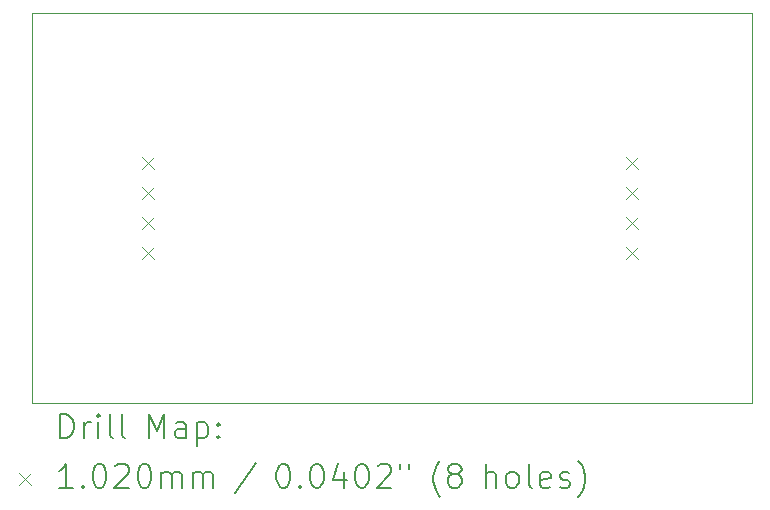
<source format=gbr>
%TF.GenerationSoftware,KiCad,Pcbnew,(7.0.0)*%
%TF.CreationDate,2024-01-25T20:54:46-05:00*%
%TF.ProjectId,BPF-Eval-Board,4250462d-4576-4616-9c2d-426f6172642e,rev?*%
%TF.SameCoordinates,Original*%
%TF.FileFunction,Drillmap*%
%TF.FilePolarity,Positive*%
%FSLAX45Y45*%
G04 Gerber Fmt 4.5, Leading zero omitted, Abs format (unit mm)*
G04 Created by KiCad (PCBNEW (7.0.0)) date 2024-01-25 20:54:46*
%MOMM*%
%LPD*%
G01*
G04 APERTURE LIST*
%ADD10C,0.100000*%
%ADD11C,0.200000*%
%ADD12C,0.102000*%
G04 APERTURE END LIST*
D10*
X11938000Y-7620000D02*
X18034000Y-7620000D01*
X18034000Y-7620000D02*
X18034000Y-10922000D01*
X18034000Y-10922000D02*
X11938000Y-10922000D01*
X11938000Y-10922000D02*
X11938000Y-7620000D01*
D11*
D12*
X12873000Y-8839000D02*
X12975000Y-8941000D01*
X12975000Y-8839000D02*
X12873000Y-8941000D01*
X12873000Y-9093000D02*
X12975000Y-9195000D01*
X12975000Y-9093000D02*
X12873000Y-9195000D01*
X12873000Y-9347000D02*
X12975000Y-9449000D01*
X12975000Y-9347000D02*
X12873000Y-9449000D01*
X12873000Y-9601000D02*
X12975000Y-9703000D01*
X12975000Y-9601000D02*
X12873000Y-9703000D01*
X16967000Y-8839000D02*
X17069000Y-8941000D01*
X17069000Y-8839000D02*
X16967000Y-8941000D01*
X16967000Y-9093000D02*
X17069000Y-9195000D01*
X17069000Y-9093000D02*
X16967000Y-9195000D01*
X16967000Y-9347000D02*
X17069000Y-9449000D01*
X17069000Y-9347000D02*
X16967000Y-9449000D01*
X16967000Y-9601000D02*
X17069000Y-9703000D01*
X17069000Y-9601000D02*
X16967000Y-9703000D01*
D11*
X12180619Y-11220476D02*
X12180619Y-11020476D01*
X12180619Y-11020476D02*
X12228238Y-11020476D01*
X12228238Y-11020476D02*
X12256809Y-11030000D01*
X12256809Y-11030000D02*
X12275857Y-11049048D01*
X12275857Y-11049048D02*
X12285381Y-11068095D01*
X12285381Y-11068095D02*
X12294905Y-11106190D01*
X12294905Y-11106190D02*
X12294905Y-11134762D01*
X12294905Y-11134762D02*
X12285381Y-11172857D01*
X12285381Y-11172857D02*
X12275857Y-11191905D01*
X12275857Y-11191905D02*
X12256809Y-11210952D01*
X12256809Y-11210952D02*
X12228238Y-11220476D01*
X12228238Y-11220476D02*
X12180619Y-11220476D01*
X12380619Y-11220476D02*
X12380619Y-11087143D01*
X12380619Y-11125238D02*
X12390143Y-11106190D01*
X12390143Y-11106190D02*
X12399667Y-11096667D01*
X12399667Y-11096667D02*
X12418714Y-11087143D01*
X12418714Y-11087143D02*
X12437762Y-11087143D01*
X12504428Y-11220476D02*
X12504428Y-11087143D01*
X12504428Y-11020476D02*
X12494905Y-11030000D01*
X12494905Y-11030000D02*
X12504428Y-11039524D01*
X12504428Y-11039524D02*
X12513952Y-11030000D01*
X12513952Y-11030000D02*
X12504428Y-11020476D01*
X12504428Y-11020476D02*
X12504428Y-11039524D01*
X12628238Y-11220476D02*
X12609190Y-11210952D01*
X12609190Y-11210952D02*
X12599667Y-11191905D01*
X12599667Y-11191905D02*
X12599667Y-11020476D01*
X12733000Y-11220476D02*
X12713952Y-11210952D01*
X12713952Y-11210952D02*
X12704428Y-11191905D01*
X12704428Y-11191905D02*
X12704428Y-11020476D01*
X12929190Y-11220476D02*
X12929190Y-11020476D01*
X12929190Y-11020476D02*
X12995857Y-11163333D01*
X12995857Y-11163333D02*
X13062524Y-11020476D01*
X13062524Y-11020476D02*
X13062524Y-11220476D01*
X13243476Y-11220476D02*
X13243476Y-11115714D01*
X13243476Y-11115714D02*
X13233952Y-11096667D01*
X13233952Y-11096667D02*
X13214905Y-11087143D01*
X13214905Y-11087143D02*
X13176809Y-11087143D01*
X13176809Y-11087143D02*
X13157762Y-11096667D01*
X13243476Y-11210952D02*
X13224428Y-11220476D01*
X13224428Y-11220476D02*
X13176809Y-11220476D01*
X13176809Y-11220476D02*
X13157762Y-11210952D01*
X13157762Y-11210952D02*
X13148238Y-11191905D01*
X13148238Y-11191905D02*
X13148238Y-11172857D01*
X13148238Y-11172857D02*
X13157762Y-11153810D01*
X13157762Y-11153810D02*
X13176809Y-11144286D01*
X13176809Y-11144286D02*
X13224428Y-11144286D01*
X13224428Y-11144286D02*
X13243476Y-11134762D01*
X13338714Y-11087143D02*
X13338714Y-11287143D01*
X13338714Y-11096667D02*
X13357762Y-11087143D01*
X13357762Y-11087143D02*
X13395857Y-11087143D01*
X13395857Y-11087143D02*
X13414905Y-11096667D01*
X13414905Y-11096667D02*
X13424428Y-11106190D01*
X13424428Y-11106190D02*
X13433952Y-11125238D01*
X13433952Y-11125238D02*
X13433952Y-11182381D01*
X13433952Y-11182381D02*
X13424428Y-11201428D01*
X13424428Y-11201428D02*
X13414905Y-11210952D01*
X13414905Y-11210952D02*
X13395857Y-11220476D01*
X13395857Y-11220476D02*
X13357762Y-11220476D01*
X13357762Y-11220476D02*
X13338714Y-11210952D01*
X13519667Y-11201428D02*
X13529190Y-11210952D01*
X13529190Y-11210952D02*
X13519667Y-11220476D01*
X13519667Y-11220476D02*
X13510143Y-11210952D01*
X13510143Y-11210952D02*
X13519667Y-11201428D01*
X13519667Y-11201428D02*
X13519667Y-11220476D01*
X13519667Y-11096667D02*
X13529190Y-11106190D01*
X13529190Y-11106190D02*
X13519667Y-11115714D01*
X13519667Y-11115714D02*
X13510143Y-11106190D01*
X13510143Y-11106190D02*
X13519667Y-11096667D01*
X13519667Y-11096667D02*
X13519667Y-11115714D01*
D12*
X11831000Y-11516000D02*
X11933000Y-11618000D01*
X11933000Y-11516000D02*
X11831000Y-11618000D01*
D11*
X12285381Y-11640476D02*
X12171095Y-11640476D01*
X12228238Y-11640476D02*
X12228238Y-11440476D01*
X12228238Y-11440476D02*
X12209190Y-11469048D01*
X12209190Y-11469048D02*
X12190143Y-11488095D01*
X12190143Y-11488095D02*
X12171095Y-11497619D01*
X12371095Y-11621428D02*
X12380619Y-11630952D01*
X12380619Y-11630952D02*
X12371095Y-11640476D01*
X12371095Y-11640476D02*
X12361571Y-11630952D01*
X12361571Y-11630952D02*
X12371095Y-11621428D01*
X12371095Y-11621428D02*
X12371095Y-11640476D01*
X12504428Y-11440476D02*
X12523476Y-11440476D01*
X12523476Y-11440476D02*
X12542524Y-11450000D01*
X12542524Y-11450000D02*
X12552048Y-11459524D01*
X12552048Y-11459524D02*
X12561571Y-11478571D01*
X12561571Y-11478571D02*
X12571095Y-11516667D01*
X12571095Y-11516667D02*
X12571095Y-11564286D01*
X12571095Y-11564286D02*
X12561571Y-11602381D01*
X12561571Y-11602381D02*
X12552048Y-11621428D01*
X12552048Y-11621428D02*
X12542524Y-11630952D01*
X12542524Y-11630952D02*
X12523476Y-11640476D01*
X12523476Y-11640476D02*
X12504428Y-11640476D01*
X12504428Y-11640476D02*
X12485381Y-11630952D01*
X12485381Y-11630952D02*
X12475857Y-11621428D01*
X12475857Y-11621428D02*
X12466333Y-11602381D01*
X12466333Y-11602381D02*
X12456809Y-11564286D01*
X12456809Y-11564286D02*
X12456809Y-11516667D01*
X12456809Y-11516667D02*
X12466333Y-11478571D01*
X12466333Y-11478571D02*
X12475857Y-11459524D01*
X12475857Y-11459524D02*
X12485381Y-11450000D01*
X12485381Y-11450000D02*
X12504428Y-11440476D01*
X12647286Y-11459524D02*
X12656809Y-11450000D01*
X12656809Y-11450000D02*
X12675857Y-11440476D01*
X12675857Y-11440476D02*
X12723476Y-11440476D01*
X12723476Y-11440476D02*
X12742524Y-11450000D01*
X12742524Y-11450000D02*
X12752048Y-11459524D01*
X12752048Y-11459524D02*
X12761571Y-11478571D01*
X12761571Y-11478571D02*
X12761571Y-11497619D01*
X12761571Y-11497619D02*
X12752048Y-11526190D01*
X12752048Y-11526190D02*
X12637762Y-11640476D01*
X12637762Y-11640476D02*
X12761571Y-11640476D01*
X12885381Y-11440476D02*
X12904429Y-11440476D01*
X12904429Y-11440476D02*
X12923476Y-11450000D01*
X12923476Y-11450000D02*
X12933000Y-11459524D01*
X12933000Y-11459524D02*
X12942524Y-11478571D01*
X12942524Y-11478571D02*
X12952048Y-11516667D01*
X12952048Y-11516667D02*
X12952048Y-11564286D01*
X12952048Y-11564286D02*
X12942524Y-11602381D01*
X12942524Y-11602381D02*
X12933000Y-11621428D01*
X12933000Y-11621428D02*
X12923476Y-11630952D01*
X12923476Y-11630952D02*
X12904429Y-11640476D01*
X12904429Y-11640476D02*
X12885381Y-11640476D01*
X12885381Y-11640476D02*
X12866333Y-11630952D01*
X12866333Y-11630952D02*
X12856809Y-11621428D01*
X12856809Y-11621428D02*
X12847286Y-11602381D01*
X12847286Y-11602381D02*
X12837762Y-11564286D01*
X12837762Y-11564286D02*
X12837762Y-11516667D01*
X12837762Y-11516667D02*
X12847286Y-11478571D01*
X12847286Y-11478571D02*
X12856809Y-11459524D01*
X12856809Y-11459524D02*
X12866333Y-11450000D01*
X12866333Y-11450000D02*
X12885381Y-11440476D01*
X13037762Y-11640476D02*
X13037762Y-11507143D01*
X13037762Y-11526190D02*
X13047286Y-11516667D01*
X13047286Y-11516667D02*
X13066333Y-11507143D01*
X13066333Y-11507143D02*
X13094905Y-11507143D01*
X13094905Y-11507143D02*
X13113952Y-11516667D01*
X13113952Y-11516667D02*
X13123476Y-11535714D01*
X13123476Y-11535714D02*
X13123476Y-11640476D01*
X13123476Y-11535714D02*
X13133000Y-11516667D01*
X13133000Y-11516667D02*
X13152048Y-11507143D01*
X13152048Y-11507143D02*
X13180619Y-11507143D01*
X13180619Y-11507143D02*
X13199667Y-11516667D01*
X13199667Y-11516667D02*
X13209190Y-11535714D01*
X13209190Y-11535714D02*
X13209190Y-11640476D01*
X13304429Y-11640476D02*
X13304429Y-11507143D01*
X13304429Y-11526190D02*
X13313952Y-11516667D01*
X13313952Y-11516667D02*
X13333000Y-11507143D01*
X13333000Y-11507143D02*
X13361571Y-11507143D01*
X13361571Y-11507143D02*
X13380619Y-11516667D01*
X13380619Y-11516667D02*
X13390143Y-11535714D01*
X13390143Y-11535714D02*
X13390143Y-11640476D01*
X13390143Y-11535714D02*
X13399667Y-11516667D01*
X13399667Y-11516667D02*
X13418714Y-11507143D01*
X13418714Y-11507143D02*
X13447286Y-11507143D01*
X13447286Y-11507143D02*
X13466333Y-11516667D01*
X13466333Y-11516667D02*
X13475857Y-11535714D01*
X13475857Y-11535714D02*
X13475857Y-11640476D01*
X13833952Y-11430952D02*
X13662524Y-11688095D01*
X14058714Y-11440476D02*
X14077762Y-11440476D01*
X14077762Y-11440476D02*
X14096810Y-11450000D01*
X14096810Y-11450000D02*
X14106333Y-11459524D01*
X14106333Y-11459524D02*
X14115857Y-11478571D01*
X14115857Y-11478571D02*
X14125381Y-11516667D01*
X14125381Y-11516667D02*
X14125381Y-11564286D01*
X14125381Y-11564286D02*
X14115857Y-11602381D01*
X14115857Y-11602381D02*
X14106333Y-11621428D01*
X14106333Y-11621428D02*
X14096810Y-11630952D01*
X14096810Y-11630952D02*
X14077762Y-11640476D01*
X14077762Y-11640476D02*
X14058714Y-11640476D01*
X14058714Y-11640476D02*
X14039667Y-11630952D01*
X14039667Y-11630952D02*
X14030143Y-11621428D01*
X14030143Y-11621428D02*
X14020619Y-11602381D01*
X14020619Y-11602381D02*
X14011095Y-11564286D01*
X14011095Y-11564286D02*
X14011095Y-11516667D01*
X14011095Y-11516667D02*
X14020619Y-11478571D01*
X14020619Y-11478571D02*
X14030143Y-11459524D01*
X14030143Y-11459524D02*
X14039667Y-11450000D01*
X14039667Y-11450000D02*
X14058714Y-11440476D01*
X14211095Y-11621428D02*
X14220619Y-11630952D01*
X14220619Y-11630952D02*
X14211095Y-11640476D01*
X14211095Y-11640476D02*
X14201571Y-11630952D01*
X14201571Y-11630952D02*
X14211095Y-11621428D01*
X14211095Y-11621428D02*
X14211095Y-11640476D01*
X14344429Y-11440476D02*
X14363476Y-11440476D01*
X14363476Y-11440476D02*
X14382524Y-11450000D01*
X14382524Y-11450000D02*
X14392048Y-11459524D01*
X14392048Y-11459524D02*
X14401571Y-11478571D01*
X14401571Y-11478571D02*
X14411095Y-11516667D01*
X14411095Y-11516667D02*
X14411095Y-11564286D01*
X14411095Y-11564286D02*
X14401571Y-11602381D01*
X14401571Y-11602381D02*
X14392048Y-11621428D01*
X14392048Y-11621428D02*
X14382524Y-11630952D01*
X14382524Y-11630952D02*
X14363476Y-11640476D01*
X14363476Y-11640476D02*
X14344429Y-11640476D01*
X14344429Y-11640476D02*
X14325381Y-11630952D01*
X14325381Y-11630952D02*
X14315857Y-11621428D01*
X14315857Y-11621428D02*
X14306333Y-11602381D01*
X14306333Y-11602381D02*
X14296810Y-11564286D01*
X14296810Y-11564286D02*
X14296810Y-11516667D01*
X14296810Y-11516667D02*
X14306333Y-11478571D01*
X14306333Y-11478571D02*
X14315857Y-11459524D01*
X14315857Y-11459524D02*
X14325381Y-11450000D01*
X14325381Y-11450000D02*
X14344429Y-11440476D01*
X14582524Y-11507143D02*
X14582524Y-11640476D01*
X14534905Y-11430952D02*
X14487286Y-11573809D01*
X14487286Y-11573809D02*
X14611095Y-11573809D01*
X14725381Y-11440476D02*
X14744429Y-11440476D01*
X14744429Y-11440476D02*
X14763476Y-11450000D01*
X14763476Y-11450000D02*
X14773000Y-11459524D01*
X14773000Y-11459524D02*
X14782524Y-11478571D01*
X14782524Y-11478571D02*
X14792048Y-11516667D01*
X14792048Y-11516667D02*
X14792048Y-11564286D01*
X14792048Y-11564286D02*
X14782524Y-11602381D01*
X14782524Y-11602381D02*
X14773000Y-11621428D01*
X14773000Y-11621428D02*
X14763476Y-11630952D01*
X14763476Y-11630952D02*
X14744429Y-11640476D01*
X14744429Y-11640476D02*
X14725381Y-11640476D01*
X14725381Y-11640476D02*
X14706333Y-11630952D01*
X14706333Y-11630952D02*
X14696810Y-11621428D01*
X14696810Y-11621428D02*
X14687286Y-11602381D01*
X14687286Y-11602381D02*
X14677762Y-11564286D01*
X14677762Y-11564286D02*
X14677762Y-11516667D01*
X14677762Y-11516667D02*
X14687286Y-11478571D01*
X14687286Y-11478571D02*
X14696810Y-11459524D01*
X14696810Y-11459524D02*
X14706333Y-11450000D01*
X14706333Y-11450000D02*
X14725381Y-11440476D01*
X14868238Y-11459524D02*
X14877762Y-11450000D01*
X14877762Y-11450000D02*
X14896810Y-11440476D01*
X14896810Y-11440476D02*
X14944429Y-11440476D01*
X14944429Y-11440476D02*
X14963476Y-11450000D01*
X14963476Y-11450000D02*
X14973000Y-11459524D01*
X14973000Y-11459524D02*
X14982524Y-11478571D01*
X14982524Y-11478571D02*
X14982524Y-11497619D01*
X14982524Y-11497619D02*
X14973000Y-11526190D01*
X14973000Y-11526190D02*
X14858714Y-11640476D01*
X14858714Y-11640476D02*
X14982524Y-11640476D01*
X15058714Y-11440476D02*
X15058714Y-11478571D01*
X15134905Y-11440476D02*
X15134905Y-11478571D01*
X15397762Y-11716667D02*
X15388238Y-11707143D01*
X15388238Y-11707143D02*
X15369191Y-11678571D01*
X15369191Y-11678571D02*
X15359667Y-11659524D01*
X15359667Y-11659524D02*
X15350143Y-11630952D01*
X15350143Y-11630952D02*
X15340619Y-11583333D01*
X15340619Y-11583333D02*
X15340619Y-11545238D01*
X15340619Y-11545238D02*
X15350143Y-11497619D01*
X15350143Y-11497619D02*
X15359667Y-11469048D01*
X15359667Y-11469048D02*
X15369191Y-11450000D01*
X15369191Y-11450000D02*
X15388238Y-11421428D01*
X15388238Y-11421428D02*
X15397762Y-11411905D01*
X15502524Y-11526190D02*
X15483476Y-11516667D01*
X15483476Y-11516667D02*
X15473952Y-11507143D01*
X15473952Y-11507143D02*
X15464429Y-11488095D01*
X15464429Y-11488095D02*
X15464429Y-11478571D01*
X15464429Y-11478571D02*
X15473952Y-11459524D01*
X15473952Y-11459524D02*
X15483476Y-11450000D01*
X15483476Y-11450000D02*
X15502524Y-11440476D01*
X15502524Y-11440476D02*
X15540619Y-11440476D01*
X15540619Y-11440476D02*
X15559667Y-11450000D01*
X15559667Y-11450000D02*
X15569191Y-11459524D01*
X15569191Y-11459524D02*
X15578714Y-11478571D01*
X15578714Y-11478571D02*
X15578714Y-11488095D01*
X15578714Y-11488095D02*
X15569191Y-11507143D01*
X15569191Y-11507143D02*
X15559667Y-11516667D01*
X15559667Y-11516667D02*
X15540619Y-11526190D01*
X15540619Y-11526190D02*
X15502524Y-11526190D01*
X15502524Y-11526190D02*
X15483476Y-11535714D01*
X15483476Y-11535714D02*
X15473952Y-11545238D01*
X15473952Y-11545238D02*
X15464429Y-11564286D01*
X15464429Y-11564286D02*
X15464429Y-11602381D01*
X15464429Y-11602381D02*
X15473952Y-11621428D01*
X15473952Y-11621428D02*
X15483476Y-11630952D01*
X15483476Y-11630952D02*
X15502524Y-11640476D01*
X15502524Y-11640476D02*
X15540619Y-11640476D01*
X15540619Y-11640476D02*
X15559667Y-11630952D01*
X15559667Y-11630952D02*
X15569191Y-11621428D01*
X15569191Y-11621428D02*
X15578714Y-11602381D01*
X15578714Y-11602381D02*
X15578714Y-11564286D01*
X15578714Y-11564286D02*
X15569191Y-11545238D01*
X15569191Y-11545238D02*
X15559667Y-11535714D01*
X15559667Y-11535714D02*
X15540619Y-11526190D01*
X15784429Y-11640476D02*
X15784429Y-11440476D01*
X15870143Y-11640476D02*
X15870143Y-11535714D01*
X15870143Y-11535714D02*
X15860619Y-11516667D01*
X15860619Y-11516667D02*
X15841572Y-11507143D01*
X15841572Y-11507143D02*
X15813000Y-11507143D01*
X15813000Y-11507143D02*
X15793952Y-11516667D01*
X15793952Y-11516667D02*
X15784429Y-11526190D01*
X15993952Y-11640476D02*
X15974905Y-11630952D01*
X15974905Y-11630952D02*
X15965381Y-11621428D01*
X15965381Y-11621428D02*
X15955857Y-11602381D01*
X15955857Y-11602381D02*
X15955857Y-11545238D01*
X15955857Y-11545238D02*
X15965381Y-11526190D01*
X15965381Y-11526190D02*
X15974905Y-11516667D01*
X15974905Y-11516667D02*
X15993952Y-11507143D01*
X15993952Y-11507143D02*
X16022524Y-11507143D01*
X16022524Y-11507143D02*
X16041572Y-11516667D01*
X16041572Y-11516667D02*
X16051095Y-11526190D01*
X16051095Y-11526190D02*
X16060619Y-11545238D01*
X16060619Y-11545238D02*
X16060619Y-11602381D01*
X16060619Y-11602381D02*
X16051095Y-11621428D01*
X16051095Y-11621428D02*
X16041572Y-11630952D01*
X16041572Y-11630952D02*
X16022524Y-11640476D01*
X16022524Y-11640476D02*
X15993952Y-11640476D01*
X16174905Y-11640476D02*
X16155857Y-11630952D01*
X16155857Y-11630952D02*
X16146333Y-11611905D01*
X16146333Y-11611905D02*
X16146333Y-11440476D01*
X16327286Y-11630952D02*
X16308238Y-11640476D01*
X16308238Y-11640476D02*
X16270143Y-11640476D01*
X16270143Y-11640476D02*
X16251095Y-11630952D01*
X16251095Y-11630952D02*
X16241572Y-11611905D01*
X16241572Y-11611905D02*
X16241572Y-11535714D01*
X16241572Y-11535714D02*
X16251095Y-11516667D01*
X16251095Y-11516667D02*
X16270143Y-11507143D01*
X16270143Y-11507143D02*
X16308238Y-11507143D01*
X16308238Y-11507143D02*
X16327286Y-11516667D01*
X16327286Y-11516667D02*
X16336810Y-11535714D01*
X16336810Y-11535714D02*
X16336810Y-11554762D01*
X16336810Y-11554762D02*
X16241572Y-11573809D01*
X16413000Y-11630952D02*
X16432048Y-11640476D01*
X16432048Y-11640476D02*
X16470143Y-11640476D01*
X16470143Y-11640476D02*
X16489191Y-11630952D01*
X16489191Y-11630952D02*
X16498714Y-11611905D01*
X16498714Y-11611905D02*
X16498714Y-11602381D01*
X16498714Y-11602381D02*
X16489191Y-11583333D01*
X16489191Y-11583333D02*
X16470143Y-11573809D01*
X16470143Y-11573809D02*
X16441572Y-11573809D01*
X16441572Y-11573809D02*
X16422524Y-11564286D01*
X16422524Y-11564286D02*
X16413000Y-11545238D01*
X16413000Y-11545238D02*
X16413000Y-11535714D01*
X16413000Y-11535714D02*
X16422524Y-11516667D01*
X16422524Y-11516667D02*
X16441572Y-11507143D01*
X16441572Y-11507143D02*
X16470143Y-11507143D01*
X16470143Y-11507143D02*
X16489191Y-11516667D01*
X16565381Y-11716667D02*
X16574905Y-11707143D01*
X16574905Y-11707143D02*
X16593953Y-11678571D01*
X16593953Y-11678571D02*
X16603476Y-11659524D01*
X16603476Y-11659524D02*
X16613000Y-11630952D01*
X16613000Y-11630952D02*
X16622524Y-11583333D01*
X16622524Y-11583333D02*
X16622524Y-11545238D01*
X16622524Y-11545238D02*
X16613000Y-11497619D01*
X16613000Y-11497619D02*
X16603476Y-11469048D01*
X16603476Y-11469048D02*
X16593953Y-11450000D01*
X16593953Y-11450000D02*
X16574905Y-11421428D01*
X16574905Y-11421428D02*
X16565381Y-11411905D01*
M02*

</source>
